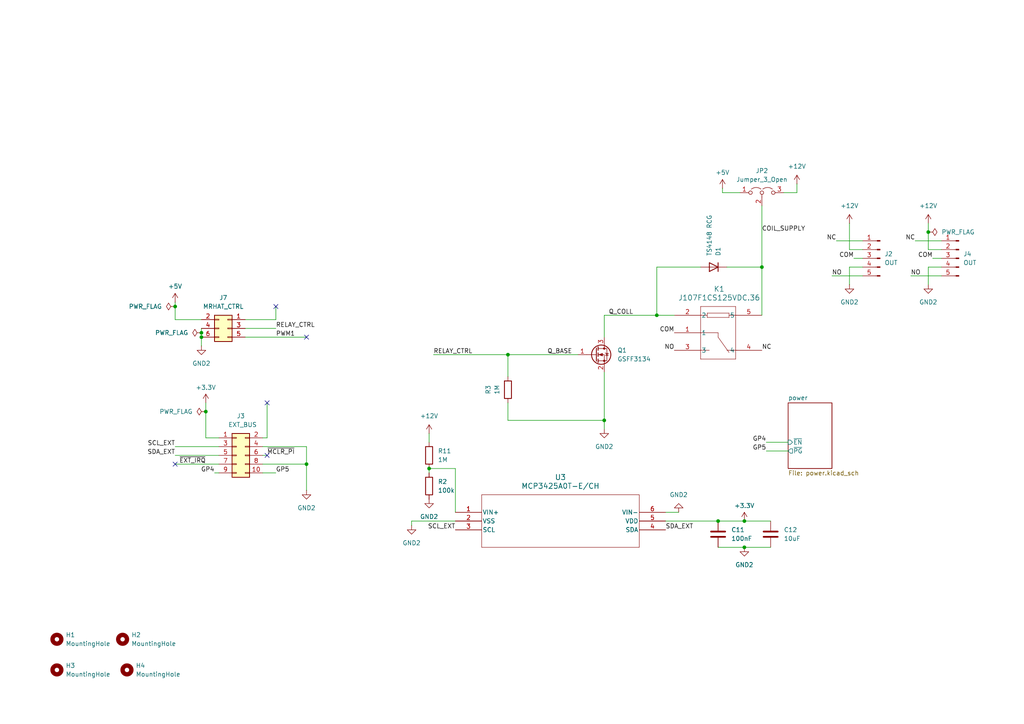
<source format=kicad_sch>
(kicad_sch (version 20231120) (generator "eeschema") (generator_version "8.0")
  (paper "A4")
  (title_block (title "Effective Range RelayDevice2") (date "2025-03-12") (rev "v1.0.0") (company "Effective Range Kft") (comment 1 "visit https://creativecommons.org/licenses/by/4.0/") (comment 2 "is licensed under CC BY 4.0. To view a copy of this license,") (comment 3 "License: MrHAT © 2024 by Ferenc Nandor Janky & Attila Gombos") (comment 4 "Design Engineer: Ferenc Janky"))
  (lib_symbols
    (symbol "Connector:Conn_01x05_Pin" (pin_names (offset 1.016) hide)
      (property "Reference" "J" (at 0 7.62 0))
      (property "Value" "Conn_01x05_Pin" (at 0 -7.62 0))
      (symbol "Conn_01x05_Pin_1_1"
        (polyline (pts (xy 1.27 -5.08) (xy 0.8636 -5.08)) (stroke (width 0.1524)))
        (polyline (pts (xy 1.27 -2.54) (xy 0.8636 -2.54)) (stroke (width 0.1524)))
        (polyline (pts (xy 1.27 0) (xy 0.8636 0)) (stroke (width 0.1524)))
        (polyline (pts (xy 1.27 2.54) (xy 0.8636 2.54)) (stroke (width 0.1524)))
        (polyline (pts (xy 1.27 5.08) (xy 0.8636 5.08)) (stroke (width 0.1524)))
        (rectangle (start 0.8636 -4.953) (end 0 -5.207) (stroke (width 0.1524)) (fill (type outline)))
        (rectangle (start 0.8636 -2.413) (end 0 -2.667) (stroke (width 0.1524)) (fill (type outline)))
        (rectangle (start 0.8636 0.127) (end 0 -0.127) (stroke (width 0.1524)) (fill (type outline)))
        (rectangle (start 0.8636 2.667) (end 0 2.413) (stroke (width 0.1524)) (fill (type outline)))
        (rectangle (start 0.8636 5.207) (end 0 4.953) (stroke (width 0.1524)) (fill (type outline)))
        (pin passive line (at 5.08 5.08 180) (length 3.81) (name "Pin_1") (number "1"))
        (pin passive line (at 5.08 2.54 180) (length 3.81) (name "Pin_2") (number "2"))
        (pin passive line (at 5.08 0 180) (length 3.81) (name "Pin_3") (number "3"))
        (pin passive line (at 5.08 -2.54 180) (length 3.81) (name "Pin_4") (number "4"))
        (pin passive line (at 5.08 -5.08 180) (length 3.81) (name "Pin_5") (number "5"))
      )
    )
    (symbol "Connector_Generic:Conn_02x03_Odd_Even" (pin_names (offset 1.016) hide)
      (property "Reference" "J" (at 1.27 5.08 0))
      (property "Value" "Conn_02x03_Odd_Even" (at 1.27 -5.08 0))
      (symbol "Conn_02x03_Odd_Even_1_1"
        (rectangle (start -1.27 -2.413) (end 0 -2.667) (stroke (width 0.1524)))
        (rectangle (start -1.27 0.127) (end 0 -0.127) (stroke (width 0.1524)))
        (rectangle (start -1.27 2.667) (end 0 2.413) (stroke (width 0.1524)))
        (rectangle (start -1.27 3.81) (end 3.81 -3.81) (stroke (width 0.254)) (fill (type background)))
        (rectangle (start 3.81 -2.413) (end 2.54 -2.667) (stroke (width 0.1524)))
        (rectangle (start 3.81 0.127) (end 2.54 -0.127) (stroke (width 0.1524)))
        (rectangle (start 3.81 2.667) (end 2.54 2.413) (stroke (width 0.1524)))
        (pin passive line (at -5.08 2.54 0) (length 3.81) (name "Pin_1") (number "1"))
        (pin passive line (at 7.62 2.54 180) (length 3.81) (name "Pin_2") (number "2"))
        (pin passive line (at -5.08 0 0) (length 3.81) (name "Pin_3") (number "3"))
        (pin passive line (at 7.62 0 180) (length 3.81) (name "Pin_4") (number "4"))
        (pin passive line (at -5.08 -2.54 0) (length 3.81) (name "Pin_5") (number "5"))
        (pin passive line (at 7.62 -2.54 180) (length 3.81) (name "Pin_6") (number "6"))
      )
    )
    (symbol "Connector_Generic:Conn_02x05_Odd_Even" (pin_names (offset 1.016) hide)
      (property "Reference" "J" (at 1.27 7.62 0))
      (property "Value" "Conn_02x05_Odd_Even" (at 1.27 -7.62 0))
      (symbol "Conn_02x05_Odd_Even_1_1"
        (rectangle (start -1.27 -4.953) (end 0 -5.207) (stroke (width 0.1524)))
        (rectangle (start -1.27 -2.413) (end 0 -2.667) (stroke (width 0.1524)))
        (rectangle (start -1.27 0.127) (end 0 -0.127) (stroke (width 0.1524)))
        (rectangle (start -1.27 2.667) (end 0 2.413) (stroke (width 0.1524)))
        (rectangle (start -1.27 5.207) (end 0 4.953) (stroke (width 0.1524)))
        (rectangle (start -1.27 6.35) (end 3.81 -6.35) (stroke (width 0.254)) (fill (type background)))
        (rectangle (start 3.81 -4.953) (end 2.54 -5.207) (stroke (width 0.1524)))
        (rectangle (start 3.81 -2.413) (end 2.54 -2.667) (stroke (width 0.1524)))
        (rectangle (start 3.81 0.127) (end 2.54 -0.127) (stroke (width 0.1524)))
        (rectangle (start 3.81 2.667) (end 2.54 2.413) (stroke (width 0.1524)))
        (rectangle (start 3.81 5.207) (end 2.54 4.953) (stroke (width 0.1524)))
        (pin passive line (at -5.08 5.08 0) (length 3.81) (name "Pin_1") (number "1"))
        (pin passive line (at 7.62 -5.08 180) (length 3.81) (name "Pin_10") (number "10"))
        (pin passive line (at 7.62 5.08 180) (length 3.81) (name "Pin_2") (number "2"))
        (pin passive line (at -5.08 2.54 0) (length 3.81) (name "Pin_3") (number "3"))
        (pin passive line (at 7.62 2.54 180) (length 3.81) (name "Pin_4") (number "4"))
        (pin passive line (at -5.08 0 0) (length 3.81) (name "Pin_5") (number "5"))
        (pin passive line (at 7.62 0 180) (length 3.81) (name "Pin_6") (number "6"))
        (pin passive line (at -5.08 -2.54 0) (length 3.81) (name "Pin_7") (number "7"))
        (pin passive line (at 7.62 -2.54 180) (length 3.81) (name "Pin_8") (number "8"))
        (pin passive line (at -5.08 -5.08 0) (length 3.81) (name "Pin_9") (number "9"))
      )
    )
    (symbol "Device:C" (pin_numbers hide) (pin_names (offset 0.254))
      (property "Reference" "C" (at 0.635 2.54 0))
      (property "Value" "C" (at 0.635 -2.54 0))
      (symbol "C_0_1"
        (polyline (pts (xy -2.032 -0.762) (xy 2.032 -0.762)) (stroke (width 0.508)))
        (polyline (pts (xy -2.032 0.762) (xy 2.032 0.762)) (stroke (width 0.508)))
      )
      (symbol "C_1_1"
        (pin passive line (at 0 3.81 270) (length 2.794) (name "~") (number "1"))
        (pin passive line (at 0 -3.81 90) (length 2.794) (name "~") (number "2"))
      )
    )
    (symbol "Device:R" (pin_numbers hide) (pin_names (offset 0))
      (property "Reference" "R" (at 2.032 0 90))
      (property "Value" "R" (at 0 0 90))
      (symbol "R_0_1"
        (rectangle (start -1.016 -2.54) (end 1.016 2.54) (stroke (width 0.254)))
      )
      (symbol "R_1_1"
        (pin passive line (at 0 3.81 270) (length 1.27) (name "~") (number "1"))
        (pin passive line (at 0 -3.81 90) (length 1.27) (name "~") (number "2"))
      )
    )
    (symbol "Diode:1N4001" (pin_numbers hide) (pin_names hide)
      (property "Reference" "D" (at 0 2.54 0))
      (property "Value" "1N4001" (at 0 -2.54 0))
      (symbol "1N4001_0_1"
        (polyline (pts (xy -1.27 1.27) (xy -1.27 -1.27)) (stroke (width 0.254)))
        (polyline (pts (xy 1.27 0) (xy -1.27 0)))
        (polyline (pts (xy 1.27 1.27) (xy 1.27 -1.27) (xy -1.27 0) (xy 1.27 1.27)) (stroke (width 0.254)))
      )
      (symbol "1N4001_1_1"
        (pin passive line (at -3.81 0 0) (length 2.54) (name "K") (number "1"))
        (pin passive line (at 3.81 0 180) (length 2.54) (name "A") (number "2"))
      )
    )
    (symbol "Jumper:Jumper_3_Open" (pin_names (offset 0) hide) (exclude_from_sim yes) (in_bom no)
      (property "Reference" "JP" (at -2.54 -2.54 0))
      (property "Value" "Jumper_3_Open" (at 0 2.794 0))
      (symbol "Jumper_3_Open_0_0"
        (circle (center -3.302 0) (radius 0.508))
        (circle (center 0 0) (radius 0.508))
        (circle (center 3.302 0) (radius 0.508))
      )
      (symbol "Jumper_3_Open_0_1"
        (arc (start -0.254 1.016) (mid -1.651 1.4992) (end -3.048 1.016))
        (polyline (pts (xy 0 -0.508) (xy 0 -1.27)))
        (arc (start 3.048 1.016) (mid 1.651 1.4992) (end 0.254 1.016))
      )
      (symbol "Jumper_3_Open_1_1"
        (pin passive line (at -6.35 0 0) (length 2.54) (name "A") (number "1"))
        (pin passive line (at 0 -3.81 90) (length 2.54) (name "C") (number "2"))
        (pin passive line (at 6.35 0 180) (length 2.54) (name "B") (number "3"))
      )
    )
    (symbol "Mechanical:MountingHole" (pin_names (offset 1.016))
      (property "Reference" "H" (at 0 5.08 0))
      (property "Value" "MountingHole" (at 0 3.175 0))
      (symbol "MountingHole_0_1"
        (circle (center 0 0) (radius 1.27) (stroke (width 1.27)))
      )
    )
    (symbol "Transistor_FET:2N7002" (pin_names hide)
      (property "Reference" "Q" (at 5.08 1.905 0))
      (property "Value" "2N7002" (at 5.08 0 0))
      (symbol "2N7002_0_1"
        (polyline (pts (xy 0.254 0) (xy -2.54 0)))
        (polyline (pts (xy 0.254 1.905) (xy 0.254 -1.905)) (stroke (width 0.254)))
        (polyline (pts (xy 0.762 -1.27) (xy 0.762 -2.286)) (stroke (width 0.254)))
        (polyline (pts (xy 0.762 0.508) (xy 0.762 -0.508)) (stroke (width 0.254)))
        (polyline (pts (xy 0.762 2.286) (xy 0.762 1.27)) (stroke (width 0.254)))
        (polyline (pts (xy 2.54 2.54) (xy 2.54 1.778)))
        (polyline (pts (xy 2.54 -2.54) (xy 2.54 0) (xy 0.762 0)))
        (polyline (pts (xy 0.762 -1.778) (xy 3.302 -1.778) (xy 3.302 1.778) (xy 0.762 1.778)))
        (polyline (pts (xy 1.016 0) (xy 2.032 0.381) (xy 2.032 -0.381) (xy 1.016 0)) (fill (type outline)))
        (polyline (pts (xy 2.794 0.508) (xy 2.921 0.381) (xy 3.683 0.381) (xy 3.81 0.254)))
        (polyline (pts (xy 3.302 0.381) (xy 2.921 -0.254) (xy 3.683 -0.254) (xy 3.302 0.381)))
        (circle (center 1.651 0) (radius 2.794) (stroke (width 0.254)))
        (circle (center 2.54 -1.778) (radius 0.254) (fill (type outline)))
        (circle (center 2.54 1.778) (radius 0.254) (fill (type outline)))
      )
      (symbol "2N7002_1_1"
        (pin input line (at -5.08 0 0) (length 2.54) (name "G") (number "1"))
        (pin passive line (at 2.54 -5.08 90) (length 2.54) (name "S") (number "2"))
        (pin passive line (at 2.54 5.08 270) (length 2.54) (name "D") (number "3"))
      )
    )
    (symbol "power:+12V" (power) (pin_numbers hide) (pin_names (offset 0) hide)
      (property "Value" "+12V" (at 0 3.556 0))
      (symbol "+12V_0_1"
        (polyline (pts (xy -0.762 1.27) (xy 0 2.54)))
        (polyline (pts (xy 0 0) (xy 0 2.54)))
        (polyline (pts (xy 0 2.54) (xy 0.762 1.27)))
      )
      (symbol "+12V_1_1"
        (pin power_in line (at 0 0 90) (length 0) (name "~") (number "1"))
      )
    )
    (symbol "power:+3.3V" (power) (pin_numbers hide) (pin_names (offset 0) hide)
      (property "Value" "+3.3V" (at 0 3.556 0))
      (symbol "+3.3V_0_1"
        (polyline (pts (xy -0.762 1.27) (xy 0 2.54)))
        (polyline (pts (xy 0 0) (xy 0 2.54)))
        (polyline (pts (xy 0 2.54) (xy 0.762 1.27)))
      )
      (symbol "+3.3V_1_1"
        (pin power_in line (at 0 0 90) (length 0) (name "~") (number "1"))
      )
    )
    (symbol "power:+5V" (power) (pin_numbers hide) (pin_names (offset 0) hide)
      (property "Value" "+5V" (at 0 3.556 0))
      (symbol "+5V_0_1"
        (polyline (pts (xy -0.762 1.27) (xy 0 2.54)))
        (polyline (pts (xy 0 0) (xy 0 2.54)))
        (polyline (pts (xy 0 2.54) (xy 0.762 1.27)))
      )
      (symbol "+5V_1_1"
        (pin power_in line (at 0 0 90) (length 0) (name "~") (number "1"))
      )
    )
    (symbol "power:GND2" (power) (pin_numbers hide) (pin_names (offset 0) hide)
      (property "Value" "GND2" (at 0 -3.81 0))
      (symbol "GND2_0_1"
        (polyline (pts (xy 0 0) (xy 0 -1.27) (xy 1.27 -1.27) (xy 0 -2.54) (xy -1.27 -1.27) (xy 0 -1.27)))
      )
      (symbol "GND2_1_1"
        (pin power_in line (at 0 0 270) (length 0) (name "~") (number "1"))
      )
    )
    (symbol "power:PWR_FLAG" (power) (pin_numbers hide) (pin_names (offset 0) hide)
      (property "Value" "PWR_FLAG" (at 0 3.81 0))
      (symbol "PWR_FLAG_0_0"
        (pin power_out line (at 0 0 90) (length 0) (name "~") (number "1"))
      )
      (symbol "PWR_FLAG_0_1"
        (polyline (pts (xy 0 0) (xy 0 1.27) (xy -1.016 1.905) (xy 0 2.54) (xy 1.016 1.905) (xy 0 1.27)))
      )
    )
    (symbol "relay:J107F1CS125VDC.36" (pin_names (offset 0.254))
      (property "Reference" "K" (at 12.7 7.62 0))
      (property "Value" "J107F1CS125VDC.36" (at 20.32 5.08 0))
      (symbol "J107F1CS125VDC.36_0_1"
        (polyline (pts (xy 7.62 -12.7) (xy 17.78 -12.7)) (stroke (width 0.127)))
        (polyline (pts (xy 7.62 -10.16) (xy 10.16 -10.16)) (stroke (width 0.127)))
        (polyline (pts (xy 7.62 -5.08) (xy 12.7 -5.08)) (stroke (width 0.127)))
        (polyline (pts (xy 7.62 0) (xy 9.525 0)) (stroke (width 0.127)))
        (polyline (pts (xy 7.62 2.54) (xy 7.62 -12.7)) (stroke (width 0.127)))
        (polyline (pts (xy 9.525 -0.635) (xy 15.875 -0.635)) (stroke (width 0.127)))
        (polyline (pts (xy 9.525 0.635) (xy 9.525 -0.635)) (stroke (width 0.127)))
        (polyline (pts (xy 9.525 0.635) (xy 15.875 0.635)) (stroke (width 0.127)))
        (polyline (pts (xy 12.7 -6.35) (xy 15.875 -10.795)) (stroke (width 0.127)))
        (polyline (pts (xy 12.7 -5.08) (xy 12.7 -6.35)) (stroke (width 0.127)))
        (polyline (pts (xy 15.875 0.635) (xy 15.875 -0.635)) (stroke (width 0.127)))
        (polyline (pts (xy 17.78 -12.7) (xy 17.78 2.54)) (stroke (width 0.127)))
        (polyline (pts (xy 17.78 0) (xy 15.875 0)) (stroke (width 0.127)))
        (polyline (pts (xy 17.78 2.54) (xy 7.62 2.54)) (stroke (width 0.127)))
        (polyline (pts (xy 18.415 -10.16) (xy 15.24 -10.16)) (stroke (width 0.127)))
        (pin passive line (at 0 -5.08 0) (length 7.62) (name "1") (number "1"))
        (pin passive line (at 0 0 0) (length 7.62) (name "2") (number "2"))
        (pin passive line (at 0 -10.16 0) (length 7.62) (name "3") (number "3"))
        (pin passive line (at 25.4 -10.16 180) (length 7.62) (name "4") (number "4"))
      )
      (symbol "J107F1CS125VDC.36_1_1"
        (pin passive line (at 25.4 0 180) (length 7.62) (name "5") (number "5"))
      )
    )
    (symbol "relay:MCP3425A0T-E_CH" (pin_names (offset 0.254))
      (property "Reference" "U" (at 30.48 10.16 0))
      (property "Value" "MCP3425A0T-E/CH" (at 30.48 7.62 0))
      (symbol "MCP3425A0T-E_CH_0_1"
        (polyline (pts (xy 7.62 -10.16) (xy 53.34 -10.16)) (stroke (width 0.127)))
        (polyline (pts (xy 7.62 5.08) (xy 7.62 -10.16)) (stroke (width 0.127)))
        (polyline (pts (xy 53.34 -10.16) (xy 53.34 5.08)) (stroke (width 0.127)))
        (polyline (pts (xy 53.34 5.08) (xy 7.62 5.08)) (stroke (width 0.127)))
        (pin unspecified line (at 0 0 0) (length 7.62) (name "VIN+") (number "1"))
        (pin unspecified line (at 0 -2.54 0) (length 7.62) (name "VSS") (number "2"))
        (pin unspecified line (at 0 -5.08 0) (length 7.62) (name "SCL") (number "3"))
        (pin unspecified line (at 60.96 -5.08 180) (length 7.62) (name "SDA") (number "4"))
        (pin unspecified line (at 60.96 -2.54 180) (length 7.62) (name "VDD") (number "5"))
        (pin unspecified line (at 60.96 0 180) (length 7.62) (name "VIN-") (number "6"))
      )
    )
  )
  (junction (at 58.42 97.79))
  (junction (at 269.24 67.31))
  (junction (at 215.9 158.75))
  (junction (at 208.28 151.13))
  (junction (at 124.46 135.89))
  (junction (at 88.9 134.62))
  (junction (at 50.8 88.9))
  (junction (at 59.69 119.38))
  (junction (at 220.98 77.47))
  (junction (at 147.32 102.87))
  (junction (at 190.5 91.44))
  (junction (at 215.9 151.13))
  (junction (at 58.42 96.52))
  (junction (at 175.26 121.92))
  (no_connect (at 80.01 88.9))
  (no_connect (at 50.8 134.62))
  (no_connect (at 77.47 132.08))
  (no_connect (at 77.47 116.84))
  (no_connect (at 88.9 97.79))
  (wire (pts (xy 190.5 91.44) (xy 175.26 91.44)))
  (wire (pts (xy 242.57 69.85) (xy 250.19 69.85)))
  (wire (pts (xy 50.8 129.54) (xy 63.5 129.54)))
  (wire (pts (xy 247.65 74.93) (xy 250.19 74.93)))
  (wire (pts (xy 270.51 74.93) (xy 273.05 74.93)))
  (wire (pts (xy 193.04 148.59) (xy 196.85 148.59)))
  (wire (pts (xy 222.25 130.81) (xy 228.6 130.81)))
  (wire (pts (xy 50.8 92.71) (xy 58.42 92.71)))
  (wire (pts (xy 76.2 129.54) (xy 88.9 129.54)))
  (wire (pts (xy 71.12 92.71) (xy 80.01 92.71)))
  (wire (pts (xy 132.08 148.59) (xy 132.08 135.89)))
  (wire (pts (xy 246.38 77.47) (xy 246.38 82.55)))
  (wire (pts (xy 269.24 72.39) (xy 273.05 72.39)))
  (wire (pts (xy 269.24 67.31) (xy 269.24 72.39)))
  (wire (pts (xy 231.14 55.88) (xy 227.33 55.88)))
  (wire (pts (xy 132.08 135.89) (xy 124.46 135.89)))
  (wire (pts (xy 175.26 91.44) (xy 175.26 97.79)))
  (wire (pts (xy 77.47 127) (xy 76.2 127)))
  (wire (pts (xy 76.2 132.08) (xy 77.47 132.08)))
  (wire (pts (xy 209.55 54.61) (xy 209.55 55.88)))
  (wire (pts (xy 209.55 55.88) (xy 214.63 55.88)))
  (wire (pts (xy 265.43 69.85) (xy 273.05 69.85)))
  (wire (pts (xy 147.32 121.92) (xy 175.26 121.92)))
  (wire (pts (xy 59.69 119.38) (xy 59.69 127)))
  (wire (pts (xy 147.32 109.22) (xy 147.32 102.87)))
  (wire (pts (xy 88.9 129.54) (xy 88.9 134.62)))
  (wire (pts (xy 58.42 96.52) (xy 58.42 97.79)))
  (wire (pts (xy 215.9 158.75) (xy 223.52 158.75)))
  (wire (pts (xy 246.38 77.47) (xy 250.19 77.47)))
  (wire (pts (xy 125.73 102.87) (xy 147.32 102.87)))
  (wire (pts (xy 147.32 102.87) (xy 167.64 102.87)))
  (wire (pts (xy 59.69 127) (xy 63.5 127)))
  (wire (pts (xy 190.5 77.47) (xy 190.5 91.44)))
  (wire (pts (xy 175.26 107.95) (xy 175.26 121.92)))
  (wire (pts (xy 220.98 59.69) (xy 220.98 77.47)))
  (wire (pts (xy 208.28 158.75) (xy 215.9 158.75)))
  (wire (pts (xy 76.2 137.16) (xy 80.01 137.16)))
  (wire (pts (xy 50.8 134.62) (xy 63.5 134.62)))
  (wire (pts (xy 269.24 64.77) (xy 269.24 67.31)))
  (wire (pts (xy 215.9 151.13) (xy 223.52 151.13)))
  (wire (pts (xy 190.5 91.44) (xy 195.58 91.44)))
  (wire (pts (xy 58.42 95.25) (xy 58.42 96.52)))
  (wire (pts (xy 62.23 137.16) (xy 63.5 137.16)))
  (wire (pts (xy 231.14 53.34) (xy 231.14 55.88)))
  (wire (pts (xy 147.32 116.84) (xy 147.32 121.92)))
  (wire (pts (xy 203.2 77.47) (xy 190.5 77.47)))
  (wire (pts (xy 193.04 151.13) (xy 208.28 151.13)))
  (wire (pts (xy 264.16 80.01) (xy 273.05 80.01)))
  (wire (pts (xy 59.69 116.84) (xy 59.69 119.38)))
  (wire (pts (xy 71.12 95.25) (xy 80.01 95.25)))
  (wire (pts (xy 50.8 132.08) (xy 63.5 132.08)))
  (wire (pts (xy 77.47 116.84) (xy 77.47 127)))
  (wire (pts (xy 220.98 77.47) (xy 210.82 77.47)))
  (wire (pts (xy 222.25 128.27) (xy 228.6 128.27)))
  (wire (pts (xy 119.38 151.13) (xy 132.08 151.13)))
  (wire (pts (xy 88.9 134.62) (xy 88.9 142.24)))
  (wire (pts (xy 124.46 125.73) (xy 124.46 128.27)))
  (wire (pts (xy 76.2 134.62) (xy 88.9 134.62)))
  (wire (pts (xy 208.28 151.13) (xy 215.9 151.13)))
  (wire (pts (xy 269.24 77.47) (xy 269.24 82.55)))
  (wire (pts (xy 246.38 72.39) (xy 250.19 72.39)))
  (wire (pts (xy 50.8 88.9) (xy 50.8 92.71)))
  (wire (pts (xy 124.46 135.89) (xy 124.46 137.16)))
  (wire (pts (xy 269.24 77.47) (xy 273.05 77.47)))
  (wire (pts (xy 246.38 64.77) (xy 246.38 72.39)))
  (wire (pts (xy 119.38 152.4) (xy 119.38 151.13)))
  (wire (pts (xy 241.3 80.01) (xy 250.19 80.01)))
  (wire (pts (xy 80.01 88.9) (xy 80.01 92.71)))
  (wire (pts (xy 220.98 77.47) (xy 220.98 91.44)))
  (wire (pts (xy 50.8 87.63) (xy 50.8 88.9)))
  (wire (pts (xy 58.42 100.33) (xy 58.42 97.79)))
  (wire (pts (xy 71.12 97.79) (xy 88.9 97.79)))
  (wire (pts (xy 175.26 121.92) (xy 175.26 124.46)))
  (label "COIL_SUPPLY" (at 220.98 67.31 0))
  (label "SDA_EXT" (at 193.04 153.67 0))
  (label "RELAY_CTRL" (at 125.73 102.87 0))
  (label "GP5" (at 222.25 130.81 180))
  (label "Q_BASE" (at 158.75 102.87 0))
  (label "GP4" (at 62.23 137.16 180))
  (label "NC" (at 242.57 69.85 180))
  (label "NC" (at 220.98 101.6 0))
  (label "SCL_EXT" (at 50.8 129.54 180))
  (label "SDA_EXT" (at 50.8 132.08 180))
  (label "~{MCLR_PI}" (at 77.47 132.08 0))
  (label "COM" (at 195.58 96.52 180))
  (label "NO" (at 195.58 101.6 180))
  (label "SCL_EXT" (at 132.08 153.67 180))
  (label "NO" (at 264.16 80.01 0))
  (label "NC" (at 265.43 69.85 180))
  (label "Q_COLL" (at 176.53 91.44 0))
  (label "GP4" (at 222.25 128.27 180))
  (label "PWM1" (at 80.01 97.79 0))
  (label "RELAY_CTRL" (at 80.01 95.25 0))
  (label "~{EXT_IRQ}" (at 59.69 134.62 180))
  (label "COM" (at 270.51 74.93 180))
  (label "GP5" (at 80.01 137.16 0))
  (label "COM" (at 247.65 74.93 180))
  (label "NO" (at 241.3 80.01 0))
  (symbol (lib_id "Device:R") (at 124.46 140.97 0) (unit 1)
    (property "Reference" "R2" (at 127 139.7 0) (effects (justify left)))
    (property "Value" "100k" (at 127 142.24 0) (effects (justify left)))
    (property "Footprint" "Resistor_SMD:R_0402_1005Metric" (effects (hide yes)))
    (property "Description" "Resistor" (effects (hide yes)))
    (property "MPN" "ERJ-2GEJ104X" (effects (hide yes)))
    (property "Manufacturer" "Panasonic Electronic Components" (effects (hide yes)))
    (property "SupplierLink" "https://www.digikey.hu/en/products/detail/panasonic-electronic-components/ERJ-2GEJ103X/146735" (effects (hide yes)))
  )
  (symbol (lib_id "power:GND2") (at 269.24 82.55 0) (unit 1)
    (property "Reference" "#PWR07" (effects (hide yes)))
    (property "Value" "GND2" (at 269.24 87.63 0))
    (property "Description" "Power symbol creates a global label with name \"GND2\" , ground" (effects (hide yes)))
  )
  (symbol (lib_id "power:GND2") (at 215.9 158.75 0) (unit 1)
    (property "Reference" "#PWR041" (effects (hide yes)))
    (property "Value" "GND2" (at 215.9 163.83 0))
    (property "Description" "Power symbol creates a global label with name \"GND2\" , ground" (effects (hide yes)))
  )
  (symbol (lib_id "Transistor_FET:2N7002") (at 172.72 102.87 0) (unit 1)
    (property "Reference" "Q1" (at 179.07 101.5999 0) (effects (justify left)))
    (property "Value" "GSFF3134" (at 179.07 104.1399 0) (effects (justify left)))
    (property "Footprint" "Package_TO_SOT_SMD:SOT-723" (effects (hide yes)))
    (property "Datasheet" "https://www.onsemi.com/pub/Collateral/NDS7002A-D.PDF" (effects (hide yes)))
    (property "Description" "0.115A Id, 60V Vds, N-Channel MOSFET, SOT-23" (effects (hide yes)))
    (property "MPN" "GSFF3134" (effects (hide yes)))
    (property "Manufacturer" "Good-Ark Semiconductor" (effects (hide yes)))
    (property "SupplierLink" "https://www.digikey.hu/en/products/detail/good-ark-semiconductor/GSFF3134/24613092" (effects (hide yes)))
  )
  (symbol (lib_id "Connector:Conn_01x05_Pin") (at 278.13 74.93 0) (mirror y) (unit 1)
    (property "Reference" "J4" (at 279.4 73.6599 0) (effects (justify right)))
    (property "Value" "OUT" (at 279.4 76.1999 0) (effects (justify right)))
    (property "Footprint" "relay:CONN_1935190_PXC" (effects (hide yes)))
    (property "Description" "Generic connector, single row, 01x05, script generated" (effects (hide yes)))
    (property "MPN" "691137710005" (effects (hide yes)))
    (property "Manufacturer" "Würth Elektronik" (effects (hide yes)))
    (property "SupplierLink" "https://www.digikey.com/en/products/detail/w%C3%BCrth-elektronik/691137710005/6644054" (effects (hide yes)))
  )
  (symbol (lib_id "relay:MCP3425A0T-E_CH") (at 132.08 148.59 0) (unit 1)
    (property "Reference" "U3" (at 162.56 138.43 0) (effects (font (size 1.524 1.524))))
    (property "Value" "MCP3425A0T-E/CH" (at 162.56 140.97 0) (effects (font (size 1.524 1.524))))
    (property "Footprint" "relay:SOT-23-6_MC_MCH-M" (effects (hide yes)))
    (property "Datasheet" "MCP3425A0T-E/CH" (effects (hide yes)))
    (property "MPN" "MCP3425A0T-E/CH" (effects (hide yes)))
    (property "Manufacturer" "Microchip Technology" (effects (hide yes)))
    (property "SupplierLink" "https://www.digikey.com/en/products/detail/microchip-technology/MCP3425A0T-E-CH/1827893?s=N4IgTCBcDaILIGEAKBmALGArAQQAwBUBaAUQHoEAJEAXQF8g" (effects (hide yes)))
  )
  (symbol (lib_id "Connector:Conn_01x05_Pin") (at 255.27 74.93 0) (mirror y) (unit 1)
    (property "Reference" "J2" (at 256.54 73.6599 0) (effects (justify right)))
    (property "Value" "OUT" (at 256.54 76.1999 0) (effects (justify right)))
    (property "Footprint" "relay:CONN_1935190_PXC" (effects (hide yes)))
    (property "Description" "Generic connector, single row, 01x05, script generated" (effects (hide yes)))
    (property "MPN" "691137710005" (effects (hide yes)))
    (property "Manufacturer" "Würth Elektronik" (effects (hide yes)))
    (property "SupplierLink" "https://www.digikey.com/en/products/detail/w%C3%BCrth-elektronik/691137710005/6644054" (effects (hide yes)))
  )
  (symbol (lib_id "power:+12V") (at 269.24 64.77 0) (unit 1)
    (property "Reference" "#PWR06" (effects (hide yes)))
    (property "Value" "+12V" (at 269.24 59.69 0))
    (property "Description" "Power symbol creates a global label with name \"+12V\"" (effects (hide yes)))
  )
  (symbol (lib_id "power:GND2") (at 246.38 82.55 0) (unit 1)
    (property "Reference" "#PWR05" (effects (hide yes)))
    (property "Value" "GND2" (at 246.38 87.63 0))
    (property "Description" "Power symbol creates a global label with name \"GND2\" , ground" (effects (hide yes)))
  )
  (symbol (lib_id "power:PWR_FLAG") (at 50.8 88.9 90) (unit 1)
    (property "Reference" "#FLG06" (effects (hide yes)))
    (property "Value" "PWR_FLAG" (at 46.99 88.8999 90) (effects (justify left)))
    (property "Description" "Special symbol for telling ERC where power comes from" (effects (hide yes)))
  )
  (symbol (lib_id "power:GND2") (at 175.26 124.46 0) (unit 1)
    (property "Reference" "#PWR02" (effects (hide yes)))
    (property "Value" "GND2" (at 175.26 129.54 0))
    (property "Description" "Power symbol creates a global label with name \"GND2\" , ground" (effects (hide yes)))
  )
  (symbol (lib_id "Device:R") (at 124.46 132.08 0) (unit 1)
    (property "Reference" "R11" (at 127 130.81 0) (effects (justify left)))
    (property "Value" "1M" (at 127 133.35 0) (effects (justify left)))
    (property "Footprint" "Resistor_SMD:R_0402_1005Metric" (effects (hide yes)))
    (property "Description" "Resistor" (effects (hide yes)))
    (property "Tolerance" "1%" (effects (hide yes)))
    (property "Power" "63mW" (effects (hide yes)))
    (property "MPN" "ERJ-2RKF1004X" (effects (hide yes)))
    (property "Manufacturer" "Panasonic Electronic Components" (effects (hide yes)))
    (property "SupplierLink" "https://www.digikey.hu/en/products/detail/panasonic-electronic-components/ERJ-2RKF1004X/79728" (effects (hide yes)))
  )
  (symbol (lib_id "power:PWR_FLAG") (at 58.42 96.52 90) (unit 1)
    (property "Reference" "#FLG03" (effects (hide yes)))
    (property "Value" "PWR_FLAG" (at 54.61 96.5199 90) (effects (justify left)))
    (property "Description" "Special symbol for telling ERC where power comes from" (effects (hide yes)))
  )
  (symbol (lib_id "Device:C") (at 208.28 154.94 0) (unit 1)
    (property "Reference" "C11" (at 212.09 153.67 0) (effects (justify left)))
    (property "Value" "100nF" (at 212.09 156.21 0) (effects (justify left)))
    (property "Footprint" "Capacitor_SMD:C_0402_1005Metric" (effects (hide yes)))
    (property "Description" "Unpolarized capacitor" (effects (hide yes)))
    (property "MPN" "GRM155R71E104KE14J" (effects (hide yes)))
    (property "Manufacturer" "Murata Electronics" (effects (hide yes)))
    (property "SupplierLink" "https://www.digikey.hu/en/products/detail/murata-electronics/GRM188R72A104KA35D/702549" (effects (hide yes)))
  )
  (symbol (lib_id "Device:R") (at 147.32 113.03 0) (mirror y) (unit 1)
    (property "Reference" "R3" (at 141.605 113.03 90))
    (property "Value" "1M" (at 144.145 113.03 90))
    (property "Footprint" "Resistor_SMD:R_0402_1005Metric" (effects (hide yes)))
    (property "MPN" "ERJ-2RKF1004X" (effects (hide yes)))
    (property "Manufacturer" "Panasonic Electronic Components" (effects (hide yes)))
    (property "SupplierLink" "https://www.digikey.hu/en/products/detail/panasonic-electronic-components/ERJ-PA3J105V/5035973" (effects (hide yes)))
  )
  (symbol (lib_id "Jumper:Jumper_3_Open") (at 220.98 55.88 0) (unit 1) (exclude_from_sim yes) (in_bom no)
    (property "Reference" "JP2" (at 220.98 49.53 0))
    (property "Value" "Jumper_3_Open" (at 220.98 52.07 0))
    (property "Footprint" "Connector_PinHeader_2.54mm:PinHeader_1x03_P2.54mm_Vertical" (effects (hide yes)))
    (property "Description" "Jumper, 3-pole, both open" (effects (hide yes)))
    (property "MPN" "61300311121" (effects (hide yes)))
  )
  (symbol (lib_id "power:+12V") (at 124.46 125.73 0) (unit 1)
    (property "Reference" "#PWR037" (effects (hide yes)))
    (property "Value" "+12V" (at 124.46 120.65 0))
    (property "Description" "Power symbol creates a global label with name \"+12V\"" (effects (hide yes)))
  )
  (symbol (lib_id "Mechanical:MountingHole") (at 35.56 185.42 0) (unit 1) (in_bom no)
    (property "Reference" "H2" (at 38.1 184.1499 0) (effects (justify left)))
    (property "Value" "MountingHole" (at 38.1 186.6899 0) (effects (justify left)))
    (property "Footprint" "MountingHole:MountingHole_2.7mm_M2.5_DIN965" (effects (hide yes)))
    (property "Description" "Mounting Hole without connection" (effects (hide yes)))
  )
  (symbol (lib_id "power:+5V") (at 209.55 54.61 0) (unit 1)
    (property "Reference" "#PWR026" (effects (hide yes)))
    (property "Value" "+5V" (at 209.55 50.038 0))
    (property "Description" "Power symbol creates a global label with name \"+5V\"" (effects (hide yes)))
  )
  (symbol (lib_id "Device:C") (at 223.52 154.94 0) (unit 1)
    (property "Reference" "C12" (at 227.33 153.6699 0) (effects (justify left)))
    (property "Value" "10uF" (at 227.33 156.2099 0) (effects (justify left)))
    (property "Footprint" "Capacitor_SMD:C_1210_3225Metric" (effects (hide yes)))
    (property "Description" "Unpolarized capacitor" (effects (hide yes)))
    (property "MPN" "GMC32X7R106K50N" (effects (hide yes)))
    (property "Manufacturer" "Cal-Chip Electronics, Inc." (effects (hide yes)))
    (property "SupplierLink" "https://www.digikey.com/en/products/detail/cal-chip-electronics-inc/GMC32X7R106K50NT/18151155" (effects (hide yes)))
  )
  (symbol (lib_id "Mechanical:MountingHole") (at 16.51 185.42 0) (unit 1) (in_bom no)
    (property "Reference" "H1" (at 19.05 184.1499 0) (effects (justify left)))
    (property "Value" "MountingHole" (at 19.05 186.6899 0) (effects (justify left)))
    (property "Footprint" "MountingHole:MountingHole_2.7mm_M2.5_DIN965" (effects (hide yes)))
    (property "Description" "Mounting Hole without connection" (effects (hide yes)))
  )
  (symbol (lib_id "Mechanical:MountingHole") (at 36.83 194.31 0) (unit 1) (in_bom no)
    (property "Reference" "H4" (at 39.37 193.0399 0) (effects (justify left)))
    (property "Value" "MountingHole" (at 39.37 195.5799 0) (effects (justify left)))
    (property "Footprint" "MountingHole:MountingHole_2.7mm_M2.5_DIN965" (effects (hide yes)))
    (property "Description" "Mounting Hole without connection" (effects (hide yes)))
  )
  (symbol (lib_id "power:PWR_FLAG") (at 59.69 119.38 90) (unit 1)
    (property "Reference" "#FLG02" (effects (hide yes)))
    (property "Value" "PWR_FLAG" (at 55.88 119.3799 90) (effects (justify left)))
    (property "Description" "Special symbol for telling ERC where power comes from" (effects (hide yes)))
  )
  (symbol (lib_id "Mechanical:MountingHole") (at 16.51 194.31 0) (unit 1) (in_bom no)
    (property "Reference" "H3" (at 19.05 193.0399 0) (effects (justify left)))
    (property "Value" "MountingHole" (at 19.05 195.5799 0) (effects (justify left)))
    (property "Footprint" "MountingHole:MountingHole_2.7mm_M2.5_DIN965" (effects (hide yes)))
    (property "Description" "Mounting Hole without connection" (effects (hide yes)))
  )
  (symbol (lib_id "power:GND2") (at 196.85 148.59 180) (unit 1)
    (property "Reference" "#PWR015" (effects (hide yes)))
    (property "Value" "GND2" (at 196.85 143.51 0))
    (property "Description" "Power symbol creates a global label with name \"GND2\" , ground" (effects (hide yes)))
  )
  (symbol (lib_id "power:GND2") (at 124.46 144.78 0) (unit 1)
    (property "Reference" "#PWR038" (effects (hide yes)))
    (property "Value" "GND2" (at 124.46 149.86 0))
    (property "Description" "Power symbol creates a global label with name \"GND2\" , ground" (effects (hide yes)))
  )
  (symbol (lib_id "Diode:1N4001") (at 207.01 77.47 180) (unit 1)
    (property "Reference" "D1" (at 208.28 74.295 90) (effects (justify right)))
    (property "Value" "TS4148 RCG" (at 205.74 74.295 90) (effects (justify right)))
    (property "Footprint" "Diode_SMD:D_0603_1608Metric" (effects (hide yes)))
    (property "Datasheet" "http://www.vishay.com/docs/88503/1n4001.pdf" (effects (hide yes)))
    (property "Sim.Device" "D" (effects (hide yes)))
    (property "Sim.Pins" "1=K 2=A" (effects (hide yes)))
    (property "MPN" "TS4148 RCG" (effects (hide yes)))
    (property "Manufacturer" "Taiwan Semiconductor Corporation" (effects (hide yes)))
    (property "SupplierLink" "https://www.digikey.hu/en/products/detail/taiwan-semiconductor-corporation/TS4148-RCG/7359811" (effects (hide yes)))
  )
  (symbol (lib_id "power:+12V") (at 246.38 64.77 0) (unit 1)
    (property "Reference" "#PWR04" (effects (hide yes)))
    (property "Value" "+12V" (at 246.38 59.69 0))
    (property "Description" "Power symbol creates a global label with name \"+12V\"" (effects (hide yes)))
  )
  (symbol (lib_id "power:GND2") (at 58.42 100.33 0) (unit 1)
    (property "Reference" "#PWR030" (effects (hide yes)))
    (property "Value" "GND2" (at 58.42 105.41 0))
    (property "Description" "Power symbol creates a global label with name \"GND2\" , ground" (effects (hide yes)))
  )
  (symbol (lib_id "relay:J107F1CS125VDC.36") (at 195.58 91.44 0) (unit 1)
    (property "Reference" "K1" (at 208.5975 83.82 0) (effects (font (size 1.524 1.524))))
    (property "Value" "J107F1CS125VDC.36" (at 208.5975 86.36 0) (effects (font (size 1.524 1.524))))
    (property "Footprint" "relay:RELAY5_J107F-1C_CRS" (effects (hide yes)))
    (property "Datasheet" "J107F1CS125VDC.36" (effects (hide yes)))
    (property "MPN" "J107F1CS125VDC.36" (effects (hide yes)))
    (property "Manufacturer" "CIT Relay and Switch" (effects (hide yes)))
    (property "SupplierLink" "https://www.digikey.hu/en/products/detail/cit-relay-and-switch/J107F1CS125VDC-36/14002162" (effects (hide yes)))
  )
  (symbol (lib_id "Connector_Generic:Conn_02x03_Odd_Even") (at 66.04 95.25 0) (mirror y) (unit 1)
    (property "Reference" "J7" (at 64.77 86.36 0))
    (property "Value" "MRHAT_CTRL" (at 64.77 88.9 0))
    (property "Footprint" "Connector_PinHeader_2.54mm:PinHeader_2x03_P2.54mm_Vertical" (effects (hide yes)))
    (property "Description" "Generic connector, double row, 02x03, odd/even pin numbering scheme (row 1 odd numbers, row 2 even numbers), script generated (kicad-library-utils/schlib/autogen/connector/)" (effects (hide yes)))
    (property "MPN" "61300621121" (effects (hide yes)))
    (property "Manufacturer" "Würth Elektronik" (effects (hide yes)))
    (property "SupplierLink" "https://www.digikey.com/en/products/detail/w%C3%BCrth-elektronik/61300621121/4846835?s=N4IgTCBcDaIGwEYDMAGFcwIZkBdAvkA" (effects (hide yes)))
  )
  (symbol (lib_id "power:+12V") (at 231.14 53.34 0) (unit 1)
    (property "Reference" "#PWR09" (effects (hide yes)))
    (property "Value" "+12V" (at 231.14 48.26 0))
    (property "Description" "Power symbol creates a global label with name \"+12V\"" (effects (hide yes)))
  )
  (symbol (lib_id "power:+5V") (at 50.8 87.63 0) (unit 1)
    (property "Reference" "#PWR03" (effects (hide yes)))
    (property "Value" "+5V" (at 50.8 83.058 0))
    (property "Description" "Power symbol creates a global label with name \"+5V\"" (effects (hide yes)))
  )
  (symbol (lib_id "power:PWR_FLAG") (at 269.24 67.31 270) (mirror x) (unit 1)
    (property "Reference" "#FLG011" (effects (hide yes)))
    (property "Value" "PWR_FLAG" (at 273.05 67.3099 90) (effects (justify left)))
    (property "Description" "Special symbol for telling ERC where power comes from" (effects (hide yes)))
  )
  (symbol (lib_id "power:GND2") (at 88.9 142.24 0) (unit 1)
    (property "Reference" "#PWR08" (effects (hide yes)))
    (property "Value" "GND2" (at 88.9 147.32 0))
    (property "Description" "Power symbol creates a global label with name \"GND2\" , ground" (effects (hide yes)))
  )
  (symbol (lib_id "power:GND2") (at 119.38 152.4 0) (unit 1)
    (property "Reference" "#PWR036" (effects (hide yes)))
    (property "Value" "GND2" (at 119.38 157.48 0))
    (property "Description" "Power symbol creates a global label with name \"GND2\" , ground" (effects (hide yes)))
  )
  (symbol (lib_id "power:+3.3V") (at 59.69 116.84 0) (unit 1)
    (property "Reference" "#PWR023" (effects (hide yes)))
    (property "Value" "+3.3V" (at 59.69 112.395 0))
    (property "Description" "Power symbol creates a global label with name \"+3.3V\"" (effects (hide yes)))
  )
  (symbol (lib_id "power:+3.3V") (at 215.9 151.13 0) (unit 1)
    (property "Reference" "#PWR035" (effects (hide yes)))
    (property "Value" "+3.3V" (at 215.9 146.685 0))
    (property "Description" "Power symbol creates a global label with name \"+3.3V\"" (effects (hide yes)))
  )
  (symbol (lib_id "Connector_Generic:Conn_02x05_Odd_Even") (at 68.58 132.08 0) (unit 1)
    (property "Reference" "J3" (at 69.85 120.65 0))
    (property "Value" "EXT_BUS" (at 70.358 123.19 0))
    (property "Footprint" "Connector_PinHeader_2.54mm:PinHeader_2x05_P2.54mm_Vertical" (effects (hide yes)))
    (property "Description" "Generic connector, double row, 02x05, odd/even pin numbering scheme (row 1 odd numbers, row 2 even numbers), script generated (kicad-library-utils/schlib/autogen/connector/)" (effects (hide yes)))
    (property "MPN" "61301021121" (effects (hide yes)))
  )
  (sheet (at 228.6 116.84) (size 12.7 19.05) (stroke (width 0.1524))
    (property "Sheetname" "power" (at 228.6 116.1284 0) (effects (justify left bottom)))
    (property "Sheetfile" "power.kicad_sch" (at 228.6 136.4746 0) (effects (justify left top)))
    (pin "~{EN}" input (at 228.6 128.27 180))
    (pin "~{PG}" output (at 228.6 130.81 180))
  )
)
</source>
